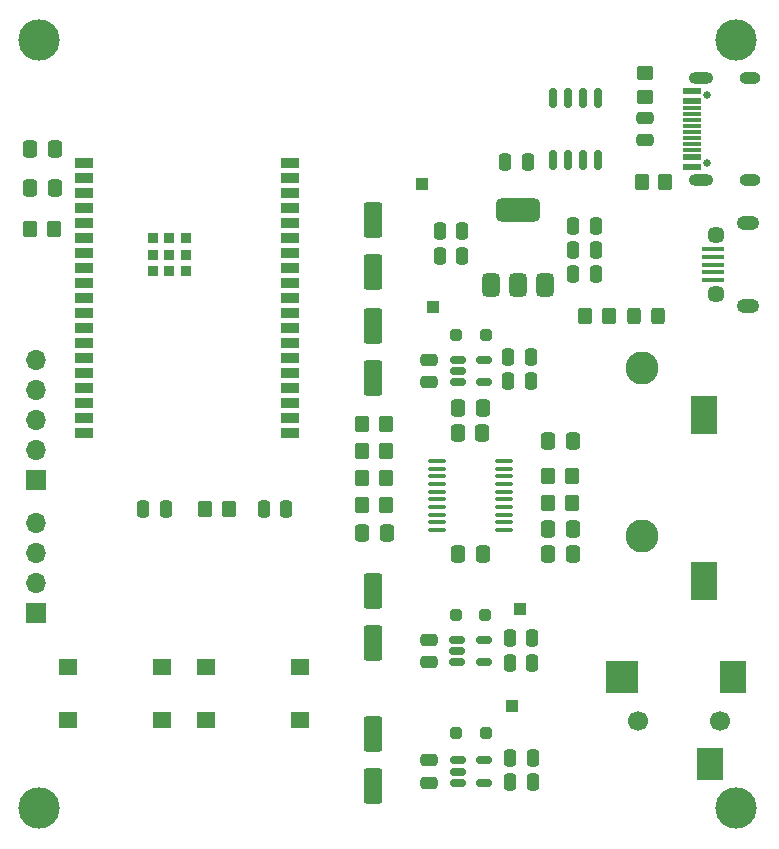
<source format=gbr>
%TF.GenerationSoftware,KiCad,Pcbnew,8.0.0*%
%TF.CreationDate,2024-10-16T16:52:34+02:00*%
%TF.ProjectId,LucaudioESP32_V1_1_0,4c756361-7564-4696-9f45-535033325f56,rev?*%
%TF.SameCoordinates,Original*%
%TF.FileFunction,Soldermask,Top*%
%TF.FilePolarity,Negative*%
%FSLAX46Y46*%
G04 Gerber Fmt 4.6, Leading zero omitted, Abs format (unit mm)*
G04 Created by KiCad (PCBNEW 8.0.0) date 2024-10-16 16:52:34*
%MOMM*%
%LPD*%
G01*
G04 APERTURE LIST*
G04 Aperture macros list*
%AMRoundRect*
0 Rectangle with rounded corners*
0 $1 Rounding radius*
0 $2 $3 $4 $5 $6 $7 $8 $9 X,Y pos of 4 corners*
0 Add a 4 corners polygon primitive as box body*
4,1,4,$2,$3,$4,$5,$6,$7,$8,$9,$2,$3,0*
0 Add four circle primitives for the rounded corners*
1,1,$1+$1,$2,$3*
1,1,$1+$1,$4,$5*
1,1,$1+$1,$6,$7*
1,1,$1+$1,$8,$9*
0 Add four rect primitives between the rounded corners*
20,1,$1+$1,$2,$3,$4,$5,0*
20,1,$1+$1,$4,$5,$6,$7,0*
20,1,$1+$1,$6,$7,$8,$9,0*
20,1,$1+$1,$8,$9,$2,$3,0*%
G04 Aperture macros list end*
%ADD10R,1.700000X1.700000*%
%ADD11O,1.700000X1.700000*%
%ADD12RoundRect,0.250000X-0.337500X-0.475000X0.337500X-0.475000X0.337500X0.475000X-0.337500X0.475000X0*%
%ADD13R,1.000000X1.000000*%
%ADD14R,1.862500X0.400000*%
%ADD15O,1.900000X1.200000*%
%ADD16C,1.450000*%
%ADD17RoundRect,0.250000X-0.250000X-0.475000X0.250000X-0.475000X0.250000X0.475000X-0.250000X0.475000X0*%
%ADD18RoundRect,0.250000X0.337500X0.475000X-0.337500X0.475000X-0.337500X-0.475000X0.337500X-0.475000X0*%
%ADD19C,2.800000*%
%ADD20R,2.200000X3.200000*%
%ADD21RoundRect,0.250000X-0.475000X0.250000X-0.475000X-0.250000X0.475000X-0.250000X0.475000X0.250000X0*%
%ADD22R,1.500000X0.900000*%
%ADD23R,0.900000X0.900000*%
%ADD24RoundRect,0.250000X-0.250000X-0.250000X0.250000X-0.250000X0.250000X0.250000X-0.250000X0.250000X0*%
%ADD25RoundRect,0.250000X0.475000X-0.250000X0.475000X0.250000X-0.475000X0.250000X-0.475000X-0.250000X0*%
%ADD26RoundRect,0.150000X-0.512500X-0.150000X0.512500X-0.150000X0.512500X0.150000X-0.512500X0.150000X0*%
%ADD27RoundRect,0.250000X-0.350000X-0.450000X0.350000X-0.450000X0.350000X0.450000X-0.350000X0.450000X0*%
%ADD28RoundRect,0.250000X-0.450000X0.350000X-0.450000X-0.350000X0.450000X-0.350000X0.450000X0.350000X0*%
%ADD29RoundRect,0.375000X0.375000X-0.625000X0.375000X0.625000X-0.375000X0.625000X-0.375000X-0.625000X0*%
%ADD30RoundRect,0.500000X1.400000X-0.500000X1.400000X0.500000X-1.400000X0.500000X-1.400000X-0.500000X0*%
%ADD31RoundRect,0.250000X-0.550000X1.250000X-0.550000X-1.250000X0.550000X-1.250000X0.550000X1.250000X0*%
%ADD32C,3.500000*%
%ADD33RoundRect,0.250000X0.325000X0.450000X-0.325000X0.450000X-0.325000X-0.450000X0.325000X-0.450000X0*%
%ADD34O,1.800000X1.000000*%
%ADD35O,2.100000X1.000000*%
%ADD36R,1.240000X0.600000*%
%ADD37R,1.495000X0.300000*%
%ADD38R,1.495000X0.600000*%
%ADD39C,0.650000*%
%ADD40RoundRect,0.150000X-0.150000X0.675000X-0.150000X-0.675000X0.150000X-0.675000X0.150000X0.675000X0*%
%ADD41R,1.600000X1.400000*%
%ADD42RoundRect,0.250000X0.350000X0.450000X-0.350000X0.450000X-0.350000X-0.450000X0.350000X-0.450000X0*%
%ADD43R,2.800000X2.800000*%
%ADD44R,2.200000X2.800000*%
%ADD45C,1.700000*%
%ADD46RoundRect,0.250000X0.250000X0.475000X-0.250000X0.475000X-0.250000X-0.475000X0.250000X-0.475000X0*%
%ADD47RoundRect,0.100000X0.637500X0.100000X-0.637500X0.100000X-0.637500X-0.100000X0.637500X-0.100000X0*%
G04 APERTURE END LIST*
D10*
%TO.C,J4*%
X104750000Y-117000000D03*
D11*
X104750000Y-114460000D03*
X104750000Y-111920000D03*
X104750000Y-109380000D03*
%TD*%
D10*
%TO.C,J5*%
X104750000Y-105746800D03*
D11*
X104750000Y-103206800D03*
X104750000Y-100666800D03*
X104750000Y-98126800D03*
X104750000Y-95586800D03*
%TD*%
D12*
%TO.C,C29*%
X148079500Y-109838000D03*
X150154500Y-109838000D03*
%TD*%
D13*
%TO.C,TP3*%
X145053000Y-124824000D03*
%TD*%
D14*
%TO.C,J8*%
X162031250Y-88796800D03*
X162031250Y-88146800D03*
X162031250Y-87496800D03*
X162031250Y-86846800D03*
X162031250Y-86196800D03*
D15*
X164987500Y-90996800D03*
D16*
X162287500Y-89996800D03*
X162287500Y-84996800D03*
D15*
X164987500Y-83996800D03*
%TD*%
D17*
%TO.C,C15*%
X138927800Y-86715600D03*
X140827800Y-86715600D03*
%TD*%
D18*
%TO.C,C7*%
X134406500Y-110219000D03*
X132331500Y-110219000D03*
%TD*%
D19*
%TO.C,J2*%
X156000000Y-96250000D03*
X156000000Y-110500000D03*
D20*
X161250000Y-114250000D03*
X161250000Y-100250000D03*
%TD*%
D21*
%TO.C,C10*%
X137998200Y-95530500D03*
X137998200Y-97430500D03*
%TD*%
D17*
%TO.C,C28*%
X150230800Y-88265000D03*
X152130800Y-88265000D03*
%TD*%
D22*
%TO.C,U1*%
X108750400Y-78867000D03*
X108750400Y-80137000D03*
X108750400Y-81407000D03*
X108750400Y-82677000D03*
X108750400Y-83947000D03*
X108750400Y-85217000D03*
X108750400Y-86487000D03*
X108750400Y-87757000D03*
X108750400Y-89027000D03*
X108750400Y-90297000D03*
X108750400Y-91567000D03*
X108750400Y-92837000D03*
X108750400Y-94107000D03*
X108750400Y-95377000D03*
X108750400Y-96647000D03*
X108750400Y-97917000D03*
X108750400Y-99187000D03*
X108750400Y-100457000D03*
X108750400Y-101727000D03*
X126250400Y-101727000D03*
X126250400Y-100457000D03*
X126250400Y-99187000D03*
X126250400Y-97917000D03*
X126250400Y-96647000D03*
X126250400Y-95377000D03*
X126250400Y-94107000D03*
X126250400Y-92837000D03*
X126250400Y-91567000D03*
X126250400Y-90297000D03*
X126250400Y-89027000D03*
X126250400Y-87757000D03*
X126250400Y-86487000D03*
X126250400Y-85217000D03*
X126250400Y-83947000D03*
X126250400Y-82677000D03*
X126250400Y-81407000D03*
X126250400Y-80137000D03*
X126250400Y-78867000D03*
D23*
X114595400Y-85262000D03*
X114600400Y-86662000D03*
X114600400Y-88062000D03*
X116000400Y-85262000D03*
X116000400Y-86662000D03*
X116000400Y-88062000D03*
X117400400Y-85262000D03*
X117400400Y-86662000D03*
X117400400Y-88062000D03*
%TD*%
D24*
%TO.C,D1*%
X140304200Y-93432500D03*
X142804200Y-93432500D03*
%TD*%
D25*
%TO.C,C31*%
X156299200Y-76948800D03*
X156299200Y-75048800D03*
%TD*%
D26*
%TO.C,U5*%
X140416700Y-129462000D03*
X140416700Y-130412000D03*
X140416700Y-131362000D03*
X142691700Y-131362000D03*
X142691700Y-129462000D03*
%TD*%
D27*
%TO.C,R16*%
X119034000Y-108187000D03*
X121034000Y-108187000D03*
%TD*%
D28*
%TO.C,R9*%
X156269500Y-71279700D03*
X156269500Y-73279700D03*
%TD*%
D18*
%TO.C,C2*%
X106295100Y-77724000D03*
X104220100Y-77724000D03*
%TD*%
D29*
%TO.C,U6*%
X143216600Y-89179800D03*
X145516600Y-89179800D03*
D30*
X145516600Y-82879800D03*
D29*
X147816600Y-89179800D03*
%TD*%
D17*
%TO.C,C23*%
X144865000Y-129269000D03*
X146765000Y-129269000D03*
%TD*%
D18*
%TO.C,C26*%
X150160900Y-102412800D03*
X148085900Y-102412800D03*
%TD*%
D31*
%TO.C,C6*%
X133273800Y-92643600D03*
X133273800Y-97043600D03*
%TD*%
D17*
%TO.C,C19*%
X144719000Y-95275400D03*
X146619000Y-95275400D03*
%TD*%
D32*
%TO.C,REF\u002A\u002A*%
X105000000Y-133500000D03*
%TD*%
D17*
%TO.C,C4*%
X124000000Y-108146800D03*
X125900000Y-108146800D03*
%TD*%
D27*
%TO.C,R12*%
X104257600Y-84480400D03*
X106257600Y-84480400D03*
%TD*%
%TO.C,R8*%
X148117000Y-105393000D03*
X150117000Y-105393000D03*
%TD*%
D18*
%TO.C,C17*%
X142515500Y-101777800D03*
X140440500Y-101777800D03*
%TD*%
%TO.C,C25*%
X150154500Y-111997000D03*
X148079500Y-111997000D03*
%TD*%
D33*
%TO.C,D4*%
X157375000Y-91846800D03*
X155325000Y-91846800D03*
%TD*%
D31*
%TO.C,C9*%
X133248400Y-83728200D03*
X133248400Y-88128200D03*
%TD*%
D17*
%TO.C,C3*%
X113800000Y-108146800D03*
X115700000Y-108146800D03*
%TD*%
%TO.C,C24*%
X144865000Y-131301000D03*
X146765000Y-131301000D03*
%TD*%
D32*
%TO.C,REF\u002A\u002A*%
X164000000Y-133500000D03*
%TD*%
D17*
%TO.C,C27*%
X150230800Y-84175600D03*
X152130800Y-84175600D03*
%TD*%
D34*
%TO.C,J3*%
X165189200Y-71676800D03*
D35*
X160989200Y-71676800D03*
D34*
X165189200Y-80316800D03*
D35*
X160989200Y-80316800D03*
D36*
X160389200Y-79196800D03*
X160389200Y-78396800D03*
D37*
X160261700Y-77746800D03*
X160261700Y-76746800D03*
X160261700Y-75246800D03*
X160261700Y-74246800D03*
D36*
X160389200Y-73596800D03*
X160389200Y-72796800D03*
D38*
X160261700Y-72796800D03*
X160261700Y-73596800D03*
D37*
X160261700Y-74746800D03*
X160261700Y-75746800D03*
X160261700Y-76246800D03*
X160261700Y-77246800D03*
D38*
X160261700Y-78396800D03*
X160261700Y-79196800D03*
D39*
X161509200Y-73106800D03*
X161509200Y-78886800D03*
%TD*%
D13*
%TO.C,TP4*%
X137433000Y-80628000D03*
%TD*%
D27*
%TO.C,R2*%
X132369000Y-107806000D03*
X134369000Y-107806000D03*
%TD*%
D24*
%TO.C,D3*%
X140297800Y-127110000D03*
X142797800Y-127110000D03*
%TD*%
D40*
%TO.C,U8*%
X152273000Y-73371800D03*
X151003000Y-73371800D03*
X149733000Y-73371800D03*
X148463000Y-73371800D03*
X148463000Y-78621800D03*
X149733000Y-78621800D03*
X151003000Y-78621800D03*
X152273000Y-78621800D03*
%TD*%
D41*
%TO.C,SW1*%
X115398000Y-126058000D03*
X107398000Y-126058000D03*
X115398000Y-121558000D03*
X107398000Y-121558000D03*
%TD*%
D21*
%TO.C,C11*%
X137966400Y-119225800D03*
X137966400Y-121125800D03*
%TD*%
D32*
%TO.C,REF\u002A\u002A*%
X105000000Y-68500000D03*
%TD*%
D31*
%TO.C,C5*%
X133242000Y-127196000D03*
X133242000Y-131596000D03*
%TD*%
D18*
%TO.C,C18*%
X142540900Y-111997000D03*
X140465900Y-111997000D03*
%TD*%
D17*
%TO.C,C21*%
X144839600Y-119109000D03*
X146739600Y-119109000D03*
%TD*%
D27*
%TO.C,R1*%
X132369000Y-103234000D03*
X134369000Y-103234000D03*
%TD*%
D31*
%TO.C,C8*%
X133242000Y-115080200D03*
X133242000Y-119480200D03*
%TD*%
D27*
%TO.C,R7*%
X148117000Y-107679000D03*
X150117000Y-107679000D03*
%TD*%
%TO.C,R4*%
X132369000Y-105520000D03*
X134369000Y-105520000D03*
%TD*%
D17*
%TO.C,C14*%
X138927800Y-84607400D03*
X140827800Y-84607400D03*
%TD*%
D26*
%TO.C,U3*%
X140416700Y-95530500D03*
X140416700Y-96480500D03*
X140416700Y-97430500D03*
X142691700Y-97430500D03*
X142691700Y-95530500D03*
%TD*%
D17*
%TO.C,C30*%
X150230800Y-86207600D03*
X152130800Y-86207600D03*
%TD*%
D18*
%TO.C,C1*%
X106295100Y-80975200D03*
X104220100Y-80975200D03*
%TD*%
D42*
%TO.C,R11*%
X158000000Y-80500000D03*
X156000000Y-80500000D03*
%TD*%
D41*
%TO.C,SW2*%
X127082000Y-126058000D03*
X119082000Y-126058000D03*
X127082000Y-121558000D03*
X119082000Y-121558000D03*
%TD*%
D21*
%TO.C,C12*%
X138017200Y-129462000D03*
X138017200Y-131362000D03*
%TD*%
D27*
%TO.C,R3*%
X132369000Y-100948000D03*
X134369000Y-100948000D03*
%TD*%
D18*
%TO.C,C16*%
X142540900Y-99593400D03*
X140465900Y-99593400D03*
%TD*%
D13*
%TO.C,TP1*%
X138322000Y-91042000D03*
%TD*%
%TO.C,TP2*%
X145688000Y-116619800D03*
%TD*%
D17*
%TO.C,C20*%
X144719000Y-97300000D03*
X146619000Y-97300000D03*
%TD*%
%TO.C,C22*%
X144839600Y-121217200D03*
X146739600Y-121217200D03*
%TD*%
D43*
%TO.C,J9*%
X154366000Y-122394000D03*
D44*
X163766000Y-122394000D03*
X161766000Y-129794000D03*
D45*
X155666000Y-126094000D03*
X162666000Y-126094000D03*
%TD*%
D46*
%TO.C,C13*%
X146365000Y-78816200D03*
X144465000Y-78816200D03*
%TD*%
D24*
%TO.C,D2*%
X140247000Y-117127800D03*
X142747000Y-117127800D03*
%TD*%
D47*
%TO.C,U4*%
X144381600Y-109969000D03*
X144381600Y-109319000D03*
X144381600Y-108669000D03*
X144381600Y-108019000D03*
X144381600Y-107369000D03*
X144381600Y-106719000D03*
X144381600Y-106069000D03*
X144381600Y-105419000D03*
X144381600Y-104769000D03*
X144381600Y-104119000D03*
X138656600Y-104119000D03*
X138656600Y-104769000D03*
X138656600Y-105419000D03*
X138656600Y-106069000D03*
X138656600Y-106719000D03*
X138656600Y-107369000D03*
X138656600Y-108019000D03*
X138656600Y-108669000D03*
X138656600Y-109319000D03*
X138656600Y-109969000D03*
%TD*%
D42*
%TO.C,R15*%
X153250000Y-91846800D03*
X151250000Y-91846800D03*
%TD*%
D32*
%TO.C,REF\u002A\u002A*%
X164000000Y-68500000D03*
%TD*%
D26*
%TO.C,U2*%
X140359500Y-119225800D03*
X140359500Y-120175800D03*
X140359500Y-121125800D03*
X142634500Y-121125800D03*
X142634500Y-119225800D03*
%TD*%
M02*

</source>
